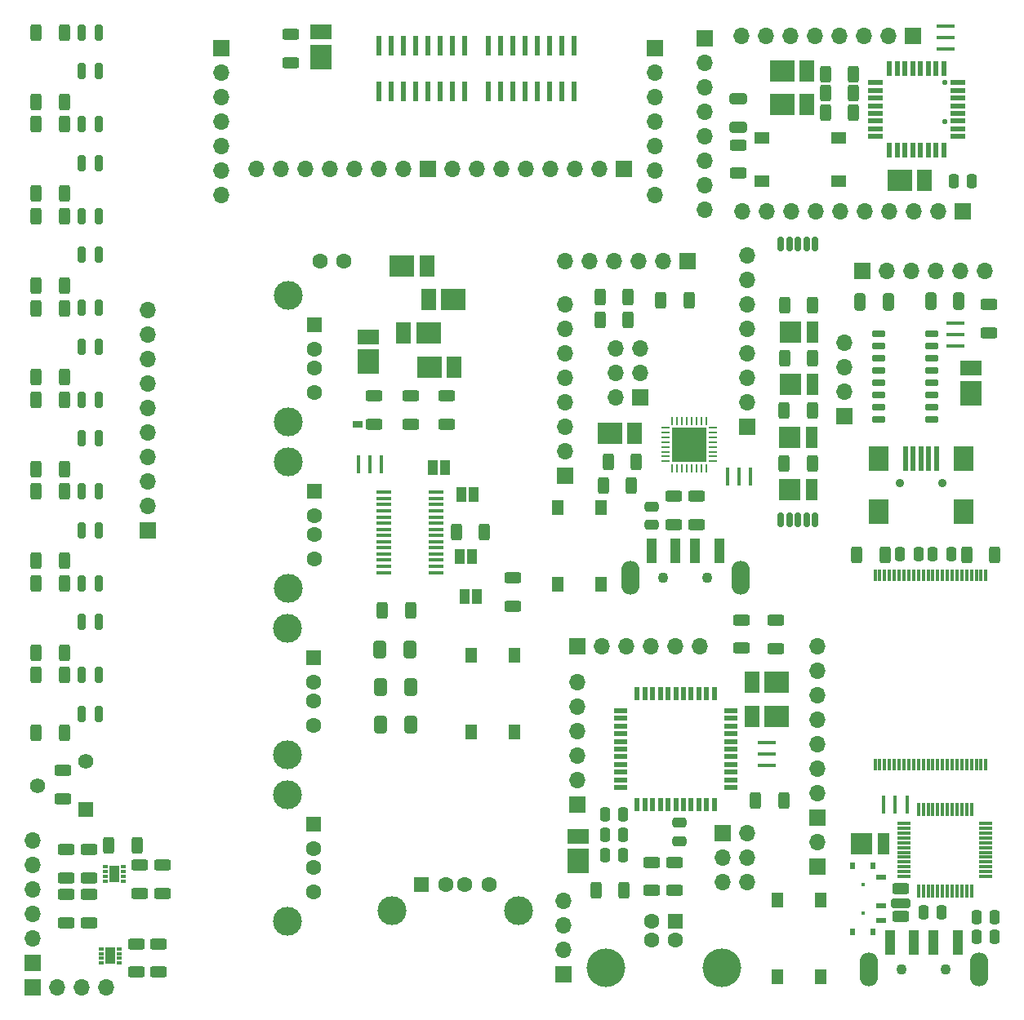
<source format=gbr>
%TF.GenerationSoftware,KiCad,Pcbnew,(6.0.5)*%
%TF.CreationDate,2023-05-31T19:37:03+03:00*%
%TF.ProjectId,JLC1,4a4c4331-2e6b-4696-9361-645f70636258,rev?*%
%TF.SameCoordinates,Original*%
%TF.FileFunction,Soldermask,Top*%
%TF.FilePolarity,Negative*%
%FSLAX46Y46*%
G04 Gerber Fmt 4.6, Leading zero omitted, Abs format (unit mm)*
G04 Created by KiCad (PCBNEW (6.0.5)) date 2023-05-31 19:37:03*
%MOMM*%
%LPD*%
G01*
G04 APERTURE LIST*
G04 Aperture macros list*
%AMRoundRect*
0 Rectangle with rounded corners*
0 $1 Rounding radius*
0 $2 $3 $4 $5 $6 $7 $8 $9 X,Y pos of 4 corners*
0 Add a 4 corners polygon primitive as box body*
4,1,4,$2,$3,$4,$5,$6,$7,$8,$9,$2,$3,0*
0 Add four circle primitives for the rounded corners*
1,1,$1+$1,$2,$3*
1,1,$1+$1,$4,$5*
1,1,$1+$1,$6,$7*
1,1,$1+$1,$8,$9*
0 Add four rect primitives between the rounded corners*
20,1,$1+$1,$2,$3,$4,$5,0*
20,1,$1+$1,$4,$5,$6,$7,0*
20,1,$1+$1,$6,$7,$8,$9,0*
20,1,$1+$1,$8,$9,$2,$3,0*%
G04 Aperture macros list end*
%ADD10RoundRect,0.250000X0.312500X0.625000X-0.312500X0.625000X-0.312500X-0.625000X0.312500X-0.625000X0*%
%ADD11R,1.600000X1.600000*%
%ADD12C,1.600000*%
%ADD13C,4.000000*%
%ADD14RoundRect,0.250000X-0.312500X-0.625000X0.312500X-0.625000X0.312500X0.625000X-0.312500X0.625000X0*%
%ADD15RoundRect,0.250000X0.625000X-0.312500X0.625000X0.312500X-0.625000X0.312500X-0.625000X-0.312500X0*%
%ADD16R,1.700000X1.700000*%
%ADD17O,1.700000X1.700000*%
%ADD18RoundRect,0.250000X-0.625000X0.312500X-0.625000X-0.312500X0.625000X-0.312500X0.625000X0.312500X0*%
%ADD19RoundRect,0.175000X-0.175000X-0.575000X0.175000X-0.575000X0.175000X0.575000X-0.175000X0.575000X0*%
%ADD20R,1.300000X1.550000*%
%ADD21R,2.500000X2.200000*%
%ADD22R,1.550000X2.200000*%
%ADD23R,0.508000X1.473200*%
%ADD24R,1.473200X0.508000*%
%ADD25RoundRect,0.197500X-0.197500X-0.632500X0.197500X-0.632500X0.197500X0.632500X-0.197500X0.632500X0*%
%ADD26R,2.200000X2.200000*%
%ADD27R,1.250000X2.200000*%
%ADD28R,1.500000X1.600000*%
%ADD29C,3.000000*%
%ADD30RoundRect,0.250000X-0.250000X-0.475000X0.250000X-0.475000X0.250000X0.475000X-0.250000X0.475000X0*%
%ADD31RoundRect,0.250000X0.250000X0.475000X-0.250000X0.475000X-0.250000X-0.475000X0.250000X-0.475000X0*%
%ADD32R,0.300000X1.275000*%
%ADD33R,1.525000X0.440000*%
%ADD34R,0.599440X1.998980*%
%ADD35R,1.000000X1.500000*%
%ADD36R,2.200000X2.500000*%
%ADD37R,2.200000X1.550000*%
%ADD38R,1.475000X0.300000*%
%ADD39R,0.300000X1.475000*%
%ADD40RoundRect,0.250000X-0.750000X0.250000X-0.750000X-0.250000X0.750000X-0.250000X0.750000X0.250000X0*%
%ADD41R,0.550000X1.600000*%
%ADD42R,1.600000X0.550000*%
%ADD43RoundRect,0.250000X-0.412500X-0.650000X0.412500X-0.650000X0.412500X0.650000X-0.412500X0.650000X0*%
%ADD44R,1.600000X1.500000*%
%ADD45R,1.000000X0.500000*%
%ADD46C,0.425000*%
%ADD47R,0.500000X0.800000*%
%ADD48R,0.400000X1.900000*%
%ADD49RoundRect,0.250000X-0.475000X0.250000X-0.475000X-0.250000X0.475000X-0.250000X0.475000X0.250000X0*%
%ADD50R,1.550000X1.300000*%
%ADD51RoundRect,0.062500X0.337500X0.062500X-0.337500X0.062500X-0.337500X-0.062500X0.337500X-0.062500X0*%
%ADD52RoundRect,0.062500X0.062500X0.337500X-0.062500X0.337500X-0.062500X-0.337500X0.062500X-0.337500X0*%
%ADD53R,3.600000X3.600000*%
%ADD54RoundRect,0.250000X-0.325000X-0.650000X0.325000X-0.650000X0.325000X0.650000X-0.325000X0.650000X0*%
%ADD55C,0.900000*%
%ADD56R,0.500000X2.500000*%
%ADD57R,2.000000X2.500000*%
%ADD58C,1.100000*%
%ADD59R,1.100000X2.500000*%
%ADD60O,1.900000X3.500000*%
%ADD61RoundRect,0.250000X-0.650000X0.325000X-0.650000X-0.325000X0.650000X-0.325000X0.650000X0.325000X0*%
%ADD62RoundRect,0.250000X0.475000X-0.250000X0.475000X0.250000X-0.475000X0.250000X-0.475000X-0.250000X0*%
%ADD63RoundRect,0.250000X0.325000X0.650000X-0.325000X0.650000X-0.325000X-0.650000X0.325000X-0.650000X0*%
%ADD64R,1.900000X0.400000*%
%ADD65R,0.500000X0.300000*%
%ADD66R,1.050000X1.750000*%
%ADD67R,1.000000X0.750000*%
%ADD68RoundRect,0.049600X0.605400X0.260400X-0.605400X0.260400X-0.605400X-0.260400X0.605400X-0.260400X0*%
%ADD69C,0.550000*%
%ADD70R,1.560000X1.560000*%
%ADD71C,1.560000*%
G04 APERTURE END LIST*
D10*
%TO.C,330R*%
X190770000Y-36520000D03*
X187845000Y-36520000D03*
%TD*%
%TO.C,330R*%
X190770000Y-38470000D03*
X187845000Y-38470000D03*
%TD*%
D11*
%TO.C,USB*%
X172314500Y-124345000D03*
D12*
X169814500Y-124345000D03*
X169814500Y-126345000D03*
X172314500Y-126345000D03*
D13*
X177064500Y-129205000D03*
X165064500Y-129205000D03*
%TD*%
D14*
%TO.C,2K7*%
X141882500Y-92120000D03*
X144807500Y-92120000D03*
%TD*%
D15*
%TO.C,330R*%
X141045000Y-72782500D03*
X141045000Y-69857500D03*
%TD*%
D16*
%TO.C,REF\u002A\u002A*%
X105660000Y-128670000D03*
D17*
X105660000Y-126130000D03*
X105660000Y-123590000D03*
X105660000Y-121050000D03*
X105660000Y-118510000D03*
X105660000Y-115970000D03*
%TD*%
D15*
%TO.C,2K7*%
X118705000Y-129627500D03*
X118705000Y-126702500D03*
%TD*%
D18*
%TO.C,R7*%
X195635000Y-120962500D03*
X195635000Y-123887500D03*
%TD*%
D16*
%TO.C,REF\u002A\u002A*%
X170200000Y-33745600D03*
D17*
X170200000Y-36285600D03*
X170200000Y-38825600D03*
X170200000Y-41365600D03*
X170200000Y-43905600D03*
X170200000Y-46445600D03*
X170200000Y-48985600D03*
%TD*%
D19*
%TO.C,*%
X183195000Y-82745000D03*
%TD*%
D15*
%TO.C,330R*%
X179139500Y-96030000D03*
X179139500Y-93105000D03*
%TD*%
D20*
%TO.C,RESET*%
X182864500Y-130105000D03*
X182864500Y-122155000D03*
X187364500Y-122155000D03*
X187364500Y-130105000D03*
%TD*%
D10*
%TO.C,47K*%
X108932500Y-39345000D03*
X106007500Y-39345000D03*
%TD*%
D21*
%TO.C,PORT2*%
X146695000Y-63345000D03*
D22*
X144120000Y-63345000D03*
%TD*%
D10*
%TO.C,220R*%
X108932500Y-70245000D03*
X106007500Y-70245000D03*
%TD*%
D16*
%TO.C,REF\u002A\u002A*%
X173545000Y-55845000D03*
D17*
X171005000Y-55845000D03*
X168465000Y-55845000D03*
X165925000Y-55845000D03*
X163385000Y-55845000D03*
X160845000Y-55845000D03*
%TD*%
D19*
%TO.C,*%
X184095000Y-54070000D03*
%TD*%
D16*
%TO.C,REF\u002A\u002A*%
X146665872Y-46332500D03*
D17*
X144125872Y-46332500D03*
X141585872Y-46332500D03*
X139045872Y-46332500D03*
X136505872Y-46332500D03*
X133965872Y-46332500D03*
X131425872Y-46332500D03*
X128885872Y-46332500D03*
%TD*%
D23*
%TO.C,ATmega32U4*%
X168334600Y-112241800D03*
X169122000Y-112241800D03*
X169934800Y-112241800D03*
X170722200Y-112241800D03*
X171535000Y-112241800D03*
X172322400Y-112241800D03*
X173109800Y-112241800D03*
X173922600Y-112241800D03*
X174710000Y-112241800D03*
X175522800Y-112241800D03*
X176310200Y-112241800D03*
D24*
X178062800Y-110489200D03*
X178062800Y-109701800D03*
X178062800Y-108889000D03*
X178062800Y-108101600D03*
X178062800Y-107288800D03*
X178062800Y-106501400D03*
X178062800Y-105714000D03*
X178062800Y-104901200D03*
X178062800Y-104113800D03*
X178062800Y-103301000D03*
X178062800Y-102513600D03*
D23*
X176310200Y-100761000D03*
X175522800Y-100761000D03*
X174710000Y-100761000D03*
X173922600Y-100761000D03*
X173109800Y-100761000D03*
X172322400Y-100761000D03*
X171535000Y-100761000D03*
X170722200Y-100761000D03*
X169934800Y-100761000D03*
X169122000Y-100761000D03*
X168334600Y-100761000D03*
D24*
X166582000Y-102513600D03*
X166582000Y-103301000D03*
X166582000Y-104113800D03*
X166582000Y-104901200D03*
X166582000Y-105714000D03*
X166582000Y-106501400D03*
X166582000Y-107288800D03*
X166582000Y-108101600D03*
X166582000Y-108889000D03*
X166582000Y-109701800D03*
X166582000Y-110489200D03*
%TD*%
D20*
%TO.C,RESET*%
X164570000Y-81445000D03*
X164570000Y-89395000D03*
X160070000Y-81445000D03*
X160070000Y-89395000D03*
%TD*%
D19*
%TO.C,*%
X185895000Y-54070000D03*
%TD*%
D15*
%TO.C,22R*%
X174520000Y-83176250D03*
X174520000Y-80251250D03*
%TD*%
D25*
%TO.C,REF\u002A\u002A*%
X110745000Y-64720000D03*
X110745000Y-60720000D03*
X112545000Y-64720000D03*
X112545000Y-60720000D03*
%TD*%
D12*
%TO.C,22pF*%
X135445000Y-55895000D03*
X137945000Y-55895000D03*
%TD*%
D21*
%TO.C,REF\u002A\u002A*%
X183370000Y-36145000D03*
D22*
X185945000Y-36145000D03*
%TD*%
D21*
%TO.C,REF\u002A\u002A*%
X195545000Y-47520000D03*
D22*
X198120000Y-47520000D03*
%TD*%
D21*
%TO.C,PORT4*%
X143945000Y-56345000D03*
D22*
X146520000Y-56345000D03*
%TD*%
D26*
%TO.C,REF\u002A\u002A*%
X184220000Y-63195000D03*
D27*
X186495000Y-63195000D03*
%TD*%
D28*
%TO.C,USB1*%
X134780000Y-114290000D03*
D12*
X134780000Y-116790000D03*
X134780000Y-118790000D03*
X134780000Y-121290000D03*
D29*
X132070000Y-111220000D03*
X132070000Y-124360000D03*
%TD*%
D30*
%TO.C,0.1uF*%
X164997400Y-113301400D03*
X166897400Y-113301400D03*
%TD*%
D15*
%TO.C,330R*%
X144870000Y-72782500D03*
X144870000Y-69857500D03*
%TD*%
D31*
%TO.C,1uF*%
X203045000Y-47545000D03*
X201145000Y-47545000D03*
%TD*%
D10*
%TO.C,47K*%
X108945000Y-67920000D03*
X106020000Y-67920000D03*
%TD*%
D16*
%TO.C,REF\u002A\u002A*%
X187014500Y-113595000D03*
D17*
X187014500Y-111055000D03*
X187014500Y-108515000D03*
X187014500Y-105975000D03*
X187014500Y-103435000D03*
X187014500Y-100895000D03*
X187014500Y-98355000D03*
X187014500Y-95815000D03*
%TD*%
D18*
%TO.C,22R*%
X172214500Y-118232500D03*
X172214500Y-121157500D03*
%TD*%
D16*
%TO.C,REF\u002A\u002A*%
X179720000Y-73060000D03*
D17*
X179720000Y-70520000D03*
X179720000Y-67980000D03*
X179720000Y-65440000D03*
X179720000Y-62900000D03*
X179720000Y-60360000D03*
X179720000Y-57820000D03*
X179720000Y-55280000D03*
%TD*%
D21*
%TO.C,REF\u002A\u002A*%
X183345000Y-39595000D03*
D22*
X185920000Y-39595000D03*
%TD*%
D16*
%TO.C,REF\u002A\u002A*%
X189795000Y-71953750D03*
D17*
X189795000Y-69413750D03*
X189795000Y-66873750D03*
X189795000Y-64333750D03*
%TD*%
D16*
%TO.C,REF\u002A\u002A*%
X162135000Y-112276400D03*
D17*
X162135000Y-109736400D03*
X162135000Y-107196400D03*
X162135000Y-104656400D03*
X162135000Y-102116400D03*
X162135000Y-99576400D03*
%TD*%
D19*
%TO.C,*%
X185895000Y-82745000D03*
%TD*%
D15*
%TO.C,*%
X148545000Y-72795000D03*
%TD*%
D32*
%TO.C,m1*%
X204485000Y-88475000D03*
X203985000Y-88475000D03*
X203485000Y-88475000D03*
X202985000Y-88475000D03*
X202485000Y-88475000D03*
X201985000Y-88475000D03*
X201485000Y-88475000D03*
X200985000Y-88475000D03*
X200485000Y-88475000D03*
X199985000Y-88475000D03*
X199485000Y-88475000D03*
X198985000Y-88475000D03*
X198485000Y-88475000D03*
X197985000Y-88475000D03*
X197485000Y-88475000D03*
X196985000Y-88475000D03*
X196485000Y-88475000D03*
X195985000Y-88475000D03*
X195485000Y-88475000D03*
X194985000Y-88475000D03*
X194485000Y-88475000D03*
X193985000Y-88475000D03*
X193485000Y-88475000D03*
X192985000Y-88475000D03*
X192985000Y-108151000D03*
X193485000Y-108151000D03*
X193985000Y-108151000D03*
X194485000Y-108151000D03*
X194985000Y-108151000D03*
X195485000Y-108151000D03*
X195985000Y-108151000D03*
X196485000Y-108151000D03*
X196985000Y-108151000D03*
X197485000Y-108151000D03*
X197985000Y-108151000D03*
X198485000Y-108151000D03*
X198985000Y-108151000D03*
X199485000Y-108151000D03*
X199985000Y-108151000D03*
X200485000Y-108151000D03*
X200985000Y-108151000D03*
X201485000Y-108151000D03*
X201985000Y-108151000D03*
X202485000Y-108151000D03*
X202985000Y-108151000D03*
X203485000Y-108151000D03*
X203985000Y-108151000D03*
X204485000Y-108151000D03*
%TD*%
D10*
%TO.C,220R*%
X108932500Y-89295000D03*
X106007500Y-89295000D03*
%TD*%
D33*
%TO.C,FE1.1s*%
X142066500Y-79855000D03*
X142066500Y-80495000D03*
X142066500Y-81135000D03*
X142066500Y-81775000D03*
X142066500Y-82415000D03*
X142066500Y-83055000D03*
X142066500Y-83695000D03*
X142066500Y-84335000D03*
X142066500Y-84975000D03*
X142066500Y-85615000D03*
X142066500Y-86255000D03*
X142066500Y-86895000D03*
X142066500Y-87535000D03*
X142066500Y-88175000D03*
X147490500Y-88175000D03*
X147490500Y-87535000D03*
X147490500Y-86895000D03*
X147490500Y-86255000D03*
X147490500Y-85615000D03*
X147490500Y-84975000D03*
X147490500Y-84335000D03*
X147490500Y-83695000D03*
X147490500Y-83055000D03*
X147490500Y-82415000D03*
X147490500Y-81775000D03*
X147490500Y-81135000D03*
X147490500Y-80495000D03*
X147490500Y-79855000D03*
%TD*%
D10*
%TO.C,47K*%
X108932500Y-58420000D03*
X106007500Y-58420000D03*
%TD*%
D15*
%TO.C,1K*%
X155420000Y-91657500D03*
X155420000Y-88732500D03*
%TD*%
D10*
%TO.C,220R*%
X108932500Y-98820000D03*
X106007500Y-98820000D03*
%TD*%
D14*
%TO.C,10K*%
X164807500Y-79120000D03*
X167732500Y-79120000D03*
%TD*%
D25*
%TO.C,REF\u002A\u002A*%
X110745000Y-102820000D03*
X110745000Y-98820000D03*
X112545000Y-102820000D03*
X112545000Y-98820000D03*
%TD*%
D34*
%TO.C,REF\u002A\u002A*%
X152852500Y-38280300D03*
X154122500Y-38280300D03*
X155392500Y-38280300D03*
X156662500Y-38280300D03*
X157932500Y-38280300D03*
X159202500Y-38280300D03*
X160472500Y-38280300D03*
X161742500Y-38280300D03*
X161742500Y-33479700D03*
X160472500Y-33479700D03*
X159202500Y-33479700D03*
X157932500Y-33479700D03*
X156662500Y-33479700D03*
X155392500Y-33479700D03*
X154122500Y-33479700D03*
X152852500Y-33479700D03*
%TD*%
D16*
%TO.C,REF\u002A\u002A*%
X177160000Y-115264000D03*
D17*
X179700000Y-115264000D03*
X177160000Y-117804000D03*
X179700000Y-117804000D03*
X177160000Y-120344000D03*
X179700000Y-120344000D03*
%TD*%
D35*
%TO.C,FUSE*%
X150070000Y-80095000D03*
X151370000Y-80095000D03*
%TD*%
D26*
%TO.C,D3*%
X191600000Y-116365000D03*
D27*
X193875000Y-116365000D03*
%TD*%
D10*
%TO.C,100nF*%
X173682500Y-59970000D03*
X170757500Y-59970000D03*
%TD*%
D25*
%TO.C,REF\u002A\u002A*%
X110745000Y-93295000D03*
X110745000Y-89295000D03*
X112545000Y-93295000D03*
X112545000Y-89295000D03*
%TD*%
D10*
%TO.C,220R*%
X108932500Y-60745000D03*
X106007500Y-60745000D03*
%TD*%
D20*
%TO.C,RESET*%
X155620000Y-96770000D03*
X155620000Y-104720000D03*
X151120000Y-104720000D03*
X151120000Y-96770000D03*
%TD*%
D26*
%TO.C,REF\u002A\u002A*%
X184145000Y-79570000D03*
D27*
X186420000Y-79570000D03*
%TD*%
D14*
%TO.C,R5*%
X202472500Y-86375000D03*
X205397500Y-86375000D03*
%TD*%
D15*
%TO.C,2K7*%
X109160000Y-124535000D03*
X109160000Y-121610000D03*
%TD*%
D10*
%TO.C,FUSE*%
X152507500Y-83945000D03*
X149582500Y-83945000D03*
%TD*%
D16*
%TO.C,REF\u002A\u002A*%
X105640000Y-131240000D03*
D17*
X108180000Y-131240000D03*
X110720000Y-131240000D03*
X113260000Y-131240000D03*
%TD*%
D28*
%TO.C,USB2*%
X134805000Y-97040000D03*
D12*
X134805000Y-99540000D03*
X134805000Y-101540000D03*
X134805000Y-104040000D03*
D29*
X132095000Y-93970000D03*
X132095000Y-107110000D03*
%TD*%
D31*
%TO.C,C5*%
X205385000Y-123925000D03*
X203485000Y-123925000D03*
%TD*%
D18*
%TO.C,1K*%
X108760000Y-108707500D03*
X108760000Y-111632500D03*
%TD*%
D21*
%TO.C,PORT1*%
X146795000Y-66845000D03*
D22*
X149370000Y-66845000D03*
%TD*%
D19*
%TO.C,*%
X186795000Y-54070000D03*
%TD*%
D10*
%TO.C,47K*%
X108932500Y-48870000D03*
X106007500Y-48870000D03*
%TD*%
D36*
%TO.C,REF\u002A\u002A*%
X202970000Y-69576250D03*
D37*
X202970000Y-67001250D03*
%TD*%
D16*
%TO.C,REF\u002A\u002A*%
X166965872Y-46332500D03*
D17*
X164425872Y-46332500D03*
X161885872Y-46332500D03*
X159345872Y-46332500D03*
X156805872Y-46332500D03*
X154265872Y-46332500D03*
X151725872Y-46332500D03*
X149185872Y-46332500D03*
%TD*%
D18*
%TO.C,330R*%
X178795000Y-43807500D03*
X178795000Y-46732500D03*
%TD*%
D19*
%TO.C,*%
X184095000Y-82745000D03*
%TD*%
D38*
%TO.C,f1*%
X195997000Y-114213000D03*
X195997000Y-114713000D03*
X195997000Y-115213000D03*
X195997000Y-115713000D03*
X195997000Y-116213000D03*
X195997000Y-116713000D03*
X195997000Y-117213000D03*
X195997000Y-117713000D03*
X195997000Y-118213000D03*
X195997000Y-118713000D03*
X195997000Y-119213000D03*
X195997000Y-119713000D03*
D39*
X197485000Y-121201000D03*
X197985000Y-121201000D03*
X198485000Y-121201000D03*
X198985000Y-121201000D03*
X199485000Y-121201000D03*
X199985000Y-121201000D03*
X200485000Y-121201000D03*
X200985000Y-121201000D03*
X201485000Y-121201000D03*
X201985000Y-121201000D03*
X202485000Y-121201000D03*
X202985000Y-121201000D03*
D38*
X204473000Y-119713000D03*
X204473000Y-119213000D03*
X204473000Y-118713000D03*
X204473000Y-118213000D03*
X204473000Y-117713000D03*
X204473000Y-117213000D03*
X204473000Y-116713000D03*
X204473000Y-116213000D03*
X204473000Y-115713000D03*
X204473000Y-115213000D03*
X204473000Y-114713000D03*
X204473000Y-114213000D03*
D39*
X202985000Y-112725000D03*
X202485000Y-112725000D03*
X201985000Y-112725000D03*
X201485000Y-112725000D03*
X200985000Y-112725000D03*
X200485000Y-112725000D03*
X199985000Y-112725000D03*
X199485000Y-112725000D03*
X198985000Y-112725000D03*
X198485000Y-112725000D03*
X197985000Y-112725000D03*
X197485000Y-112725000D03*
%TD*%
D40*
%TO.C,REF\u002A\u002A*%
X195635000Y-122475000D03*
%TD*%
D14*
%TO.C,REF\u002A\u002A*%
X183545000Y-76845000D03*
X186470000Y-76845000D03*
%TD*%
D41*
%TO.C,ATmega16U2*%
X200095000Y-35895000D03*
X199295000Y-35895000D03*
X198495000Y-35895000D03*
X197695000Y-35895000D03*
X196895000Y-35895000D03*
X196095000Y-35895000D03*
X195295000Y-35895000D03*
X194495000Y-35895000D03*
D42*
X193045000Y-37345000D03*
X193045000Y-38145000D03*
X193045000Y-38945000D03*
X193045000Y-39745000D03*
X193045000Y-40545000D03*
X193045000Y-41345000D03*
X193045000Y-42145000D03*
X193045000Y-42945000D03*
D41*
X194495000Y-44395000D03*
X195295000Y-44395000D03*
X196095000Y-44395000D03*
X196895000Y-44395000D03*
X197695000Y-44395000D03*
X198495000Y-44395000D03*
X199295000Y-44395000D03*
X200095000Y-44395000D03*
D42*
X201545000Y-42945000D03*
X201545000Y-42145000D03*
X201545000Y-41345000D03*
X201545000Y-40545000D03*
X201545000Y-39745000D03*
X201545000Y-38945000D03*
X201545000Y-38145000D03*
X201545000Y-37345000D03*
%TD*%
D16*
%TO.C,REF\u002A\u002A*%
X162089500Y-95870000D03*
D17*
X164629500Y-95870000D03*
X167169500Y-95870000D03*
X169709500Y-95870000D03*
X172249500Y-95870000D03*
X174789500Y-95870000D03*
%TD*%
D43*
%TO.C,10uF*%
X141632500Y-96195000D03*
X144757500Y-96195000D03*
%TD*%
D21*
%TO.C,REF\u002A\u002A*%
X165495000Y-73770000D03*
D22*
X168070000Y-73770000D03*
%TD*%
D10*
%TO.C,220R*%
X108932500Y-41670000D03*
X106007500Y-41670000D03*
%TD*%
D26*
%TO.C,REF\u002A\u002A*%
X184195000Y-68645000D03*
D27*
X186470000Y-68645000D03*
%TD*%
D19*
%TO.C,*%
X186795000Y-82745000D03*
%TD*%
D21*
%TO.C,TX*%
X182814500Y-99545000D03*
D22*
X180239500Y-99545000D03*
%TD*%
D14*
%TO.C,REF\u002A\u002A*%
X183595000Y-65920000D03*
X186520000Y-65920000D03*
%TD*%
D10*
%TO.C,220R*%
X108932500Y-32145000D03*
X106007500Y-32145000D03*
%TD*%
D15*
%TO.C,330R*%
X182689500Y-96055000D03*
X182689500Y-93130000D03*
%TD*%
D19*
%TO.C,*%
X184995000Y-82745000D03*
%TD*%
D31*
%TO.C,10uF*%
X166889500Y-117495000D03*
X164989500Y-117495000D03*
%TD*%
D30*
%TO.C,C2*%
X195572500Y-86225000D03*
X197472500Y-86225000D03*
%TD*%
D44*
%TO.C,USB_0*%
X145970000Y-120560000D03*
D12*
X148470000Y-120560000D03*
X150470000Y-120560000D03*
X152970000Y-120560000D03*
D29*
X142900000Y-123270000D03*
X156040000Y-123270000D03*
%TD*%
D19*
%TO.C,*%
X184995000Y-54070000D03*
%TD*%
D45*
%TO.C,SW1*%
X193585000Y-119775000D03*
X193585000Y-122775000D03*
X193585000Y-124275000D03*
D46*
X191735000Y-120525000D03*
X191735000Y-123525000D03*
D47*
X192785000Y-125475000D03*
X190685000Y-125475000D03*
X190685000Y-118575000D03*
X192785000Y-118575000D03*
%TD*%
D48*
%TO.C,16MHz*%
X180095000Y-78245000D03*
X178895000Y-78245000D03*
X177695000Y-78245000D03*
%TD*%
D19*
%TO.C,*%
X183195000Y-54070000D03*
%TD*%
D10*
%TO.C,220R*%
X108932500Y-51195000D03*
X106007500Y-51195000D03*
%TD*%
D49*
%TO.C,1uF*%
X172710000Y-114164000D03*
X172710000Y-116064000D03*
%TD*%
D16*
%TO.C,REF\u002A\u002A*%
X160870000Y-78145000D03*
D17*
X160870000Y-75605000D03*
X160870000Y-73065000D03*
X160870000Y-70525000D03*
X160870000Y-67985000D03*
X160870000Y-65445000D03*
X160870000Y-62905000D03*
X160870000Y-60365000D03*
%TD*%
D14*
%TO.C,10K*%
X187845000Y-40420000D03*
X190770000Y-40420000D03*
%TD*%
%TO.C,1K*%
X165332500Y-76670000D03*
X168257500Y-76670000D03*
%TD*%
D15*
%TO.C,330R*%
X148545000Y-72795000D03*
X148545000Y-69870000D03*
%TD*%
D18*
%TO.C,1K*%
X204820000Y-60363750D03*
X204820000Y-63288750D03*
%TD*%
D16*
%TO.C,REF\u002A\u002A*%
X125220000Y-33732500D03*
D17*
X125220000Y-36272500D03*
X125220000Y-38812500D03*
X125220000Y-41352500D03*
X125220000Y-43892500D03*
X125220000Y-46432500D03*
X125220000Y-48972500D03*
%TD*%
D10*
%TO.C,47K*%
X108932500Y-86970000D03*
X106007500Y-86970000D03*
%TD*%
D50*
%TO.C,RESET*%
X189220000Y-43045000D03*
X181270000Y-43045000D03*
X189220000Y-47545000D03*
X181270000Y-47545000D03*
%TD*%
D25*
%TO.C,REF\u002A\u002A*%
X110745000Y-83770000D03*
X110745000Y-79770000D03*
X112545000Y-83770000D03*
X112545000Y-79770000D03*
%TD*%
D51*
%TO.C,AT90USB162*%
X176170000Y-76645000D03*
X176170000Y-76145000D03*
X176170000Y-75645000D03*
X176170000Y-75145000D03*
X176170000Y-74645000D03*
X176170000Y-74145000D03*
X176170000Y-73645000D03*
X176170000Y-73145000D03*
D52*
X175470000Y-72445000D03*
X174970000Y-72445000D03*
X174470000Y-72445000D03*
X173970000Y-72445000D03*
X173470000Y-72445000D03*
X172970000Y-72445000D03*
X172470000Y-72445000D03*
X171970000Y-72445000D03*
D51*
X171270000Y-73145000D03*
X171270000Y-73645000D03*
X171270000Y-74145000D03*
X171270000Y-74645000D03*
X171270000Y-75145000D03*
X171270000Y-75645000D03*
X171270000Y-76145000D03*
X171270000Y-76645000D03*
D52*
X171970000Y-77345000D03*
X172470000Y-77345000D03*
X172970000Y-77345000D03*
X173470000Y-77345000D03*
X173970000Y-77345000D03*
X174470000Y-77345000D03*
X174970000Y-77345000D03*
X175470000Y-77345000D03*
D53*
X173720000Y-74895000D03*
%TD*%
D18*
%TO.C,22R*%
X169845500Y-118240500D03*
X169845500Y-121165500D03*
%TD*%
D25*
%TO.C,REF\u002A\u002A*%
X110745000Y-36145000D03*
X110745000Y-32145000D03*
X112545000Y-36145000D03*
X112545000Y-32145000D03*
%TD*%
D15*
%TO.C,2K7*%
X116375000Y-129627500D03*
X116375000Y-126702500D03*
%TD*%
D16*
%TO.C,REF\u002A\u002A*%
X160664500Y-129830000D03*
D17*
X160664500Y-127290000D03*
X160664500Y-124750000D03*
X160664500Y-122210000D03*
%TD*%
D10*
%TO.C,100nF*%
X167382500Y-59620000D03*
X164457500Y-59620000D03*
%TD*%
D16*
%TO.C,-BAT+*%
X187014500Y-118695000D03*
D17*
X187014500Y-116155000D03*
%TD*%
D54*
%TO.C,100nF*%
X191395000Y-60076250D03*
X194345000Y-60076250D03*
%TD*%
D55*
%TO.C,USB*%
X195545000Y-78926250D03*
X199945000Y-78926250D03*
D56*
X196145000Y-76326250D03*
X196945000Y-76326250D03*
X197745000Y-76326250D03*
X198545000Y-76326250D03*
X199345000Y-76326250D03*
D57*
X202145000Y-81826250D03*
X193345000Y-76326250D03*
X193345000Y-81826250D03*
X202145000Y-76326250D03*
%TD*%
D25*
%TO.C,REF\u002A\u002A*%
X110745000Y-74245000D03*
X110745000Y-70245000D03*
X112545000Y-74245000D03*
X112545000Y-70245000D03*
%TD*%
D35*
%TO.C,BTN*%
X150420000Y-90670000D03*
X151720000Y-90670000D03*
%TD*%
D10*
%TO.C,47K*%
X108932500Y-96495000D03*
X106007500Y-96495000D03*
%TD*%
D14*
%TO.C,10K*%
X180577000Y-111855000D03*
X183502000Y-111855000D03*
%TD*%
D10*
%TO.C,R3*%
X193997500Y-86375000D03*
X191072500Y-86375000D03*
%TD*%
D43*
%TO.C,10uF*%
X141682500Y-103945000D03*
X144807500Y-103945000D03*
%TD*%
D31*
%TO.C,C8*%
X205385000Y-125950000D03*
X203485000Y-125950000D03*
%TD*%
D36*
%TO.C,POW*%
X162164500Y-118120000D03*
D37*
X162164500Y-115545000D03*
%TD*%
D16*
%TO.C,REF\u002A\u002A*%
X202070000Y-50745000D03*
D17*
X199530000Y-50745000D03*
X196990000Y-50745000D03*
X194450000Y-50745000D03*
X191910000Y-50745000D03*
X189370000Y-50745000D03*
X186830000Y-50745000D03*
X184290000Y-50745000D03*
X181750000Y-50745000D03*
X179210000Y-50745000D03*
%TD*%
D58*
%TO.C,J1*%
X195735000Y-129325000D03*
X200335000Y-129325000D03*
D59*
X201535000Y-126575000D03*
X199035000Y-126575000D03*
X197035000Y-126575000D03*
X194535000Y-126575000D03*
D60*
X192335000Y-129325000D03*
X203735000Y-129325000D03*
%TD*%
D15*
%TO.C,2K7*%
X119110000Y-121475000D03*
X119110000Y-118550000D03*
%TD*%
D58*
%TO.C,USB_0*%
X175620000Y-88688750D03*
X171020000Y-88688750D03*
D59*
X176820000Y-85938750D03*
X174320000Y-85938750D03*
X172320000Y-85938750D03*
X169820000Y-85938750D03*
D60*
X179020000Y-88688750D03*
X167620000Y-88688750D03*
%TD*%
D10*
%TO.C,10uF*%
X167382500Y-61945000D03*
X164457500Y-61945000D03*
%TD*%
D14*
%TO.C,REF\u002A\u002A*%
X183570000Y-71395000D03*
X186495000Y-71395000D03*
%TD*%
D10*
%TO.C,47K*%
X108932500Y-104845000D03*
X106007500Y-104845000D03*
%TD*%
D25*
%TO.C,REF\u002A\u002A*%
X110745000Y-45670000D03*
X110745000Y-41670000D03*
X112545000Y-45670000D03*
X112545000Y-41670000D03*
%TD*%
D35*
%TO.C,TEST*%
X147120000Y-77270000D03*
X148420000Y-77270000D03*
%TD*%
D15*
%TO.C,2K7*%
X111490000Y-124535000D03*
X111490000Y-121610000D03*
%TD*%
D14*
%TO.C,330R*%
X164027000Y-121120000D03*
X166952000Y-121120000D03*
%TD*%
D61*
%TO.C,100nF*%
X178770000Y-38995000D03*
X178770000Y-41945000D03*
%TD*%
D36*
%TO.C,PWR*%
X140445000Y-66295000D03*
D37*
X140445000Y-63720000D03*
%TD*%
D36*
%TO.C,REF\u002A\u002A*%
X135500000Y-34695600D03*
D37*
X135500000Y-32120600D03*
%TD*%
D21*
%TO.C,RX*%
X182814500Y-103120000D03*
D22*
X180239500Y-103120000D03*
%TD*%
D25*
%TO.C,REF\u002A\u002A*%
X110745000Y-55195000D03*
X110745000Y-51195000D03*
X112545000Y-55195000D03*
X112545000Y-51195000D03*
%TD*%
D62*
%TO.C,1uF*%
X169820000Y-83220000D03*
X169820000Y-81320000D03*
%TD*%
D63*
%TO.C,100nF*%
X201695000Y-60053750D03*
X198745000Y-60053750D03*
%TD*%
D34*
%TO.C,REF\u002A\u002A*%
X141530000Y-38295600D03*
X142800000Y-38295600D03*
X144070000Y-38295600D03*
X145340000Y-38295600D03*
X146610000Y-38295600D03*
X147880000Y-38295600D03*
X149150000Y-38295600D03*
X150420000Y-38295600D03*
X150420000Y-33495000D03*
X149150000Y-33495000D03*
X147880000Y-33495000D03*
X146610000Y-33495000D03*
X145340000Y-33495000D03*
X144070000Y-33495000D03*
X142800000Y-33495000D03*
X141530000Y-33495000D03*
%TD*%
D16*
%TO.C,REF\u002A\u002A*%
X191680000Y-56876250D03*
D17*
X194220000Y-56876250D03*
X196760000Y-56876250D03*
X199300000Y-56876250D03*
X201840000Y-56876250D03*
X204380000Y-56876250D03*
%TD*%
D26*
%TO.C,REF\u002A\u002A*%
X184170000Y-74120000D03*
D27*
X186445000Y-74120000D03*
%TD*%
D64*
%TO.C,16MHz*%
X200345000Y-33870000D03*
X200345000Y-32670000D03*
X200345000Y-31470000D03*
%TD*%
D10*
%TO.C,2K7*%
X116452500Y-116522500D03*
X113527500Y-116522500D03*
%TD*%
%TO.C,47K*%
X108932500Y-77445000D03*
X106007500Y-77445000D03*
%TD*%
D16*
%TO.C,REF\u002A\u002A*%
X175345000Y-32720000D03*
D17*
X175345000Y-35260000D03*
X175345000Y-37800000D03*
X175345000Y-40340000D03*
X175345000Y-42880000D03*
X175345000Y-45420000D03*
X175345000Y-47960000D03*
X175345000Y-50500000D03*
%TD*%
D64*
%TO.C,16MHz*%
X181760000Y-105814000D03*
X181760000Y-107014000D03*
X181760000Y-108214000D03*
%TD*%
D43*
%TO.C,10uF*%
X141707500Y-100095000D03*
X144832500Y-100095000D03*
%TD*%
D18*
%TO.C,1K*%
X132425000Y-32333100D03*
X132425000Y-35258100D03*
%TD*%
D48*
%TO.C,12MHz*%
X139395000Y-76945000D03*
X140595000Y-76945000D03*
X141795000Y-76945000D03*
%TD*%
D28*
%TO.C,USB3*%
X134830000Y-79745000D03*
D12*
X134830000Y-82245000D03*
X134830000Y-84245000D03*
X134830000Y-86745000D03*
D29*
X132120000Y-89815000D03*
X132120000Y-76675000D03*
%TD*%
D65*
%TO.C,LM358*%
X113210000Y-118685000D03*
X113210000Y-119185000D03*
X113210000Y-119685000D03*
X113210000Y-120185000D03*
X115010000Y-120185000D03*
X115010000Y-119685000D03*
X115010000Y-119185000D03*
X115010000Y-118685000D03*
D66*
X114110000Y-119435000D03*
%TD*%
D30*
%TO.C,1uF*%
X164997400Y-115376400D03*
X166897400Y-115376400D03*
%TD*%
D35*
%TO.C,RESET*%
X149895000Y-86520000D03*
X151195000Y-86520000D03*
%TD*%
D31*
%TO.C,C4*%
X199885000Y-123425000D03*
X197985000Y-123425000D03*
%TD*%
D16*
%TO.C,REF\u002A\u002A*%
X168620000Y-70020000D03*
D17*
X166080000Y-70020000D03*
X168620000Y-67480000D03*
X166080000Y-67480000D03*
X168620000Y-64940000D03*
X166080000Y-64940000D03*
%TD*%
D48*
%TO.C,Y2*%
X196285000Y-112275000D03*
X195085000Y-112275000D03*
X193885000Y-112275000D03*
%TD*%
D14*
%TO.C,REF\u002A\u002A*%
X183620000Y-60470000D03*
X186545000Y-60470000D03*
%TD*%
D16*
%TO.C,REF\u002A\u002A*%
X196885000Y-32520000D03*
D17*
X194345000Y-32520000D03*
X191805000Y-32520000D03*
X189265000Y-32520000D03*
X186725000Y-32520000D03*
X184185000Y-32520000D03*
X181645000Y-32520000D03*
X179105000Y-32520000D03*
%TD*%
D65*
%TO.C,LM358*%
X112795000Y-127212500D03*
X112795000Y-127712500D03*
X112795000Y-128212500D03*
X112795000Y-128712500D03*
X114595000Y-128712500D03*
X114595000Y-128212500D03*
X114595000Y-127712500D03*
X114595000Y-127212500D03*
D66*
X113695000Y-127962500D03*
%TD*%
D67*
%TO.C,FUSE*%
X139382500Y-72770000D03*
X140682500Y-72770000D03*
%TD*%
D28*
%TO.C,USB4*%
X134855000Y-62495000D03*
D12*
X134855000Y-64995000D03*
X134855000Y-66995000D03*
X134855000Y-69495000D03*
D29*
X132145000Y-59425000D03*
X132145000Y-72565000D03*
%TD*%
D21*
%TO.C,PORT3*%
X149245000Y-59820000D03*
D22*
X146670000Y-59820000D03*
%TD*%
D30*
%TO.C,C1*%
X198985000Y-86225000D03*
X200885000Y-86225000D03*
%TD*%
D64*
%TO.C,12MHz*%
X201342500Y-62303750D03*
X201342500Y-63503750D03*
X201342500Y-64703750D03*
%TD*%
D15*
%TO.C,2K7*%
X109130000Y-119875000D03*
X109130000Y-116950000D03*
%TD*%
%TO.C,2K7*%
X111460000Y-119875000D03*
X111460000Y-116950000D03*
%TD*%
D10*
%TO.C,220R*%
X108932500Y-79770000D03*
X106007500Y-79770000D03*
%TD*%
D15*
%TO.C,2K7*%
X116780000Y-121475000D03*
X116780000Y-118550000D03*
%TD*%
%TO.C,22R*%
X172145000Y-83176250D03*
X172145000Y-80251250D03*
%TD*%
D68*
%TO.C,CH340G*%
X198867500Y-72273750D03*
X198867500Y-71003750D03*
X198867500Y-69733750D03*
X198867500Y-68463750D03*
X198867500Y-67193750D03*
X198867500Y-65923750D03*
X198867500Y-64653750D03*
X198867500Y-63383750D03*
X193367500Y-63383750D03*
X193367500Y-64653750D03*
X193367500Y-65923750D03*
X193367500Y-67193750D03*
X193367500Y-68463750D03*
X193367500Y-69733750D03*
X193367500Y-71003750D03*
X193367500Y-72273750D03*
%TD*%
D69*
%TO.C,REF\u002A\u002A*%
X200220000Y-41370000D03*
X200220000Y-37370000D03*
%TD*%
D16*
%TO.C,REF\u002A\u002A*%
X117620000Y-83770000D03*
D17*
X117620000Y-81230000D03*
X117620000Y-78690000D03*
X117620000Y-76150000D03*
X117620000Y-73610000D03*
X117620000Y-71070000D03*
X117620000Y-68530000D03*
X117620000Y-65990000D03*
X117620000Y-63450000D03*
X117620000Y-60910000D03*
%TD*%
D70*
%TO.C,1K*%
X111185000Y-112770000D03*
D71*
X106185000Y-110270000D03*
X111185000Y-107770000D03*
%TD*%
M02*

</source>
